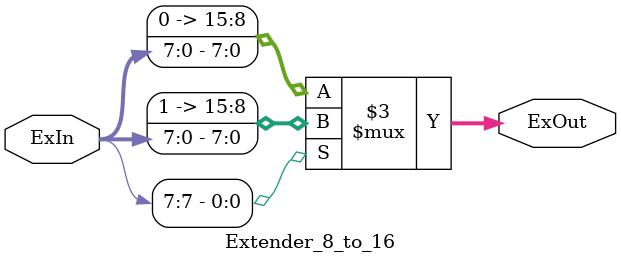
<source format=v>
module Extender_8_to_16(ExIn, ExOut);

	input [7:0] ExIn;
	output reg [15:0] ExOut;
	
	
	always @ (*)
			begin
				if (ExIn[7])
				begin
					ExOut <= {8'b11111111, ExIn};
				end
				else
					ExOut <= {8'b0, ExIn};
			end

endmodule	

</source>
